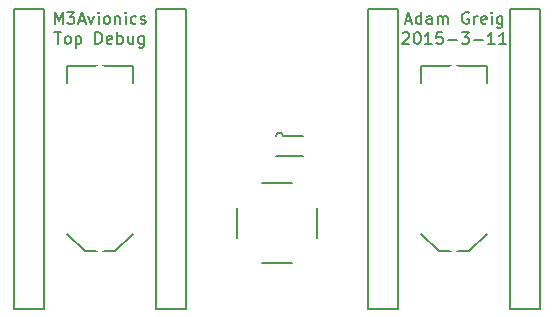
<source format=gto>
G04 #@! TF.FileFunction,Legend,Top*
%FSLAX46Y46*%
G04 Gerber Fmt 4.6, Leading zero omitted, Abs format (unit mm)*
G04 Created by KiCad (PCBNEW 4.1.0-alpha+201605071002+6776~44~ubuntu14.04.1-product) date Mon 30 May 2016 01:00:06 BST*
%MOMM*%
%LPD*%
G01*
G04 APERTURE LIST*
%ADD10C,0.100000*%
%ADD11C,0.200000*%
%ADD12C,0.150000*%
%ADD13R,2.920000X0.740000*%
%ADD14C,1.200000*%
%ADD15R,0.620000X0.620000*%
%ADD16R,1.900000X1.900000*%
%ADD17C,1.900000*%
%ADD18R,0.500000X0.280000*%
%ADD19R,1.282000X1.502000*%
%ADD20C,2.500000*%
%ADD21C,2.800000*%
%ADD22R,2.300000X5.000000*%
%ADD23R,2.400000X5.000000*%
G04 APERTURE END LIST*
D10*
D11*
X104166666Y-101602380D02*
X104166666Y-100602380D01*
X104500000Y-101316666D01*
X104833333Y-100602380D01*
X104833333Y-101602380D01*
X105214285Y-100602380D02*
X105833333Y-100602380D01*
X105500000Y-100983333D01*
X105642857Y-100983333D01*
X105738095Y-101030952D01*
X105785714Y-101078571D01*
X105833333Y-101173809D01*
X105833333Y-101411904D01*
X105785714Y-101507142D01*
X105738095Y-101554761D01*
X105642857Y-101602380D01*
X105357142Y-101602380D01*
X105261904Y-101554761D01*
X105214285Y-101507142D01*
X106214285Y-101316666D02*
X106690476Y-101316666D01*
X106119047Y-101602380D02*
X106452380Y-100602380D01*
X106785714Y-101602380D01*
X107023809Y-100935714D02*
X107261904Y-101602380D01*
X107500000Y-100935714D01*
X107880952Y-101602380D02*
X107880952Y-100935714D01*
X107880952Y-100602380D02*
X107833333Y-100650000D01*
X107880952Y-100697619D01*
X107928571Y-100650000D01*
X107880952Y-100602380D01*
X107880952Y-100697619D01*
X108500000Y-101602380D02*
X108404761Y-101554761D01*
X108357142Y-101507142D01*
X108309523Y-101411904D01*
X108309523Y-101126190D01*
X108357142Y-101030952D01*
X108404761Y-100983333D01*
X108500000Y-100935714D01*
X108642857Y-100935714D01*
X108738095Y-100983333D01*
X108785714Y-101030952D01*
X108833333Y-101126190D01*
X108833333Y-101411904D01*
X108785714Y-101507142D01*
X108738095Y-101554761D01*
X108642857Y-101602380D01*
X108500000Y-101602380D01*
X109261904Y-100935714D02*
X109261904Y-101602380D01*
X109261904Y-101030952D02*
X109309523Y-100983333D01*
X109404761Y-100935714D01*
X109547619Y-100935714D01*
X109642857Y-100983333D01*
X109690476Y-101078571D01*
X109690476Y-101602380D01*
X110166666Y-101602380D02*
X110166666Y-100935714D01*
X110166666Y-100602380D02*
X110119047Y-100650000D01*
X110166666Y-100697619D01*
X110214285Y-100650000D01*
X110166666Y-100602380D01*
X110166666Y-100697619D01*
X111071428Y-101554761D02*
X110976190Y-101602380D01*
X110785714Y-101602380D01*
X110690476Y-101554761D01*
X110642857Y-101507142D01*
X110595238Y-101411904D01*
X110595238Y-101126190D01*
X110642857Y-101030952D01*
X110690476Y-100983333D01*
X110785714Y-100935714D01*
X110976190Y-100935714D01*
X111071428Y-100983333D01*
X111452380Y-101554761D02*
X111547619Y-101602380D01*
X111738095Y-101602380D01*
X111833333Y-101554761D01*
X111880952Y-101459523D01*
X111880952Y-101411904D01*
X111833333Y-101316666D01*
X111738095Y-101269047D01*
X111595238Y-101269047D01*
X111500000Y-101221428D01*
X111452380Y-101126190D01*
X111452380Y-101078571D01*
X111500000Y-100983333D01*
X111595238Y-100935714D01*
X111738095Y-100935714D01*
X111833333Y-100983333D01*
X104142857Y-102302380D02*
X104714285Y-102302380D01*
X104428571Y-103302380D02*
X104428571Y-102302380D01*
X105190476Y-103302380D02*
X105095238Y-103254761D01*
X105047619Y-103207142D01*
X105000000Y-103111904D01*
X105000000Y-102826190D01*
X105047619Y-102730952D01*
X105095238Y-102683333D01*
X105190476Y-102635714D01*
X105333333Y-102635714D01*
X105428571Y-102683333D01*
X105476190Y-102730952D01*
X105523809Y-102826190D01*
X105523809Y-103111904D01*
X105476190Y-103207142D01*
X105428571Y-103254761D01*
X105333333Y-103302380D01*
X105190476Y-103302380D01*
X105952380Y-102635714D02*
X105952380Y-103635714D01*
X105952380Y-102683333D02*
X106047619Y-102635714D01*
X106238095Y-102635714D01*
X106333333Y-102683333D01*
X106380952Y-102730952D01*
X106428571Y-102826190D01*
X106428571Y-103111904D01*
X106380952Y-103207142D01*
X106333333Y-103254761D01*
X106238095Y-103302380D01*
X106047619Y-103302380D01*
X105952380Y-103254761D01*
X107619047Y-103302380D02*
X107619047Y-102302380D01*
X107857142Y-102302380D01*
X108000000Y-102350000D01*
X108095238Y-102445238D01*
X108142857Y-102540476D01*
X108190476Y-102730952D01*
X108190476Y-102873809D01*
X108142857Y-103064285D01*
X108095238Y-103159523D01*
X108000000Y-103254761D01*
X107857142Y-103302380D01*
X107619047Y-103302380D01*
X109000000Y-103254761D02*
X108904761Y-103302380D01*
X108714285Y-103302380D01*
X108619047Y-103254761D01*
X108571428Y-103159523D01*
X108571428Y-102778571D01*
X108619047Y-102683333D01*
X108714285Y-102635714D01*
X108904761Y-102635714D01*
X109000000Y-102683333D01*
X109047619Y-102778571D01*
X109047619Y-102873809D01*
X108571428Y-102969047D01*
X109476190Y-103302380D02*
X109476190Y-102302380D01*
X109476190Y-102683333D02*
X109571428Y-102635714D01*
X109761904Y-102635714D01*
X109857142Y-102683333D01*
X109904761Y-102730952D01*
X109952380Y-102826190D01*
X109952380Y-103111904D01*
X109904761Y-103207142D01*
X109857142Y-103254761D01*
X109761904Y-103302380D01*
X109571428Y-103302380D01*
X109476190Y-103254761D01*
X110809523Y-102635714D02*
X110809523Y-103302380D01*
X110380952Y-102635714D02*
X110380952Y-103159523D01*
X110428571Y-103254761D01*
X110523809Y-103302380D01*
X110666666Y-103302380D01*
X110761904Y-103254761D01*
X110809523Y-103207142D01*
X111714285Y-102635714D02*
X111714285Y-103445238D01*
X111666666Y-103540476D01*
X111619047Y-103588095D01*
X111523809Y-103635714D01*
X111380952Y-103635714D01*
X111285714Y-103588095D01*
X111714285Y-103254761D02*
X111619047Y-103302380D01*
X111428571Y-103302380D01*
X111333333Y-103254761D01*
X111285714Y-103207142D01*
X111238095Y-103111904D01*
X111238095Y-102826190D01*
X111285714Y-102730952D01*
X111333333Y-102683333D01*
X111428571Y-102635714D01*
X111619047Y-102635714D01*
X111714285Y-102683333D01*
X133880952Y-101316666D02*
X134357142Y-101316666D01*
X133785714Y-101602380D02*
X134119047Y-100602380D01*
X134452380Y-101602380D01*
X135214285Y-101602380D02*
X135214285Y-100602380D01*
X135214285Y-101554761D02*
X135119047Y-101602380D01*
X134928571Y-101602380D01*
X134833333Y-101554761D01*
X134785714Y-101507142D01*
X134738095Y-101411904D01*
X134738095Y-101126190D01*
X134785714Y-101030952D01*
X134833333Y-100983333D01*
X134928571Y-100935714D01*
X135119047Y-100935714D01*
X135214285Y-100983333D01*
X136119047Y-101602380D02*
X136119047Y-101078571D01*
X136071428Y-100983333D01*
X135976190Y-100935714D01*
X135785714Y-100935714D01*
X135690476Y-100983333D01*
X136119047Y-101554761D02*
X136023809Y-101602380D01*
X135785714Y-101602380D01*
X135690476Y-101554761D01*
X135642857Y-101459523D01*
X135642857Y-101364285D01*
X135690476Y-101269047D01*
X135785714Y-101221428D01*
X136023809Y-101221428D01*
X136119047Y-101173809D01*
X136595238Y-101602380D02*
X136595238Y-100935714D01*
X136595238Y-101030952D02*
X136642857Y-100983333D01*
X136738095Y-100935714D01*
X136880952Y-100935714D01*
X136976190Y-100983333D01*
X137023809Y-101078571D01*
X137023809Y-101602380D01*
X137023809Y-101078571D02*
X137071428Y-100983333D01*
X137166666Y-100935714D01*
X137309523Y-100935714D01*
X137404761Y-100983333D01*
X137452380Y-101078571D01*
X137452380Y-101602380D01*
X139214285Y-100650000D02*
X139119047Y-100602380D01*
X138976190Y-100602380D01*
X138833333Y-100650000D01*
X138738095Y-100745238D01*
X138690476Y-100840476D01*
X138642857Y-101030952D01*
X138642857Y-101173809D01*
X138690476Y-101364285D01*
X138738095Y-101459523D01*
X138833333Y-101554761D01*
X138976190Y-101602380D01*
X139071428Y-101602380D01*
X139214285Y-101554761D01*
X139261904Y-101507142D01*
X139261904Y-101173809D01*
X139071428Y-101173809D01*
X139690476Y-101602380D02*
X139690476Y-100935714D01*
X139690476Y-101126190D02*
X139738095Y-101030952D01*
X139785714Y-100983333D01*
X139880952Y-100935714D01*
X139976190Y-100935714D01*
X140690476Y-101554761D02*
X140595238Y-101602380D01*
X140404761Y-101602380D01*
X140309523Y-101554761D01*
X140261904Y-101459523D01*
X140261904Y-101078571D01*
X140309523Y-100983333D01*
X140404761Y-100935714D01*
X140595238Y-100935714D01*
X140690476Y-100983333D01*
X140738095Y-101078571D01*
X140738095Y-101173809D01*
X140261904Y-101269047D01*
X141166666Y-101602380D02*
X141166666Y-100935714D01*
X141166666Y-100602380D02*
X141119047Y-100650000D01*
X141166666Y-100697619D01*
X141214285Y-100650000D01*
X141166666Y-100602380D01*
X141166666Y-100697619D01*
X142071428Y-100935714D02*
X142071428Y-101745238D01*
X142023809Y-101840476D01*
X141976190Y-101888095D01*
X141880952Y-101935714D01*
X141738095Y-101935714D01*
X141642857Y-101888095D01*
X142071428Y-101554761D02*
X141976190Y-101602380D01*
X141785714Y-101602380D01*
X141690476Y-101554761D01*
X141642857Y-101507142D01*
X141595238Y-101411904D01*
X141595238Y-101126190D01*
X141642857Y-101030952D01*
X141690476Y-100983333D01*
X141785714Y-100935714D01*
X141976190Y-100935714D01*
X142071428Y-100983333D01*
X133619047Y-102397619D02*
X133666666Y-102350000D01*
X133761904Y-102302380D01*
X134000000Y-102302380D01*
X134095238Y-102350000D01*
X134142857Y-102397619D01*
X134190476Y-102492857D01*
X134190476Y-102588095D01*
X134142857Y-102730952D01*
X133571428Y-103302380D01*
X134190476Y-103302380D01*
X134809523Y-102302380D02*
X134904761Y-102302380D01*
X135000000Y-102350000D01*
X135047619Y-102397619D01*
X135095238Y-102492857D01*
X135142857Y-102683333D01*
X135142857Y-102921428D01*
X135095238Y-103111904D01*
X135047619Y-103207142D01*
X135000000Y-103254761D01*
X134904761Y-103302380D01*
X134809523Y-103302380D01*
X134714285Y-103254761D01*
X134666666Y-103207142D01*
X134619047Y-103111904D01*
X134571428Y-102921428D01*
X134571428Y-102683333D01*
X134619047Y-102492857D01*
X134666666Y-102397619D01*
X134714285Y-102350000D01*
X134809523Y-102302380D01*
X136095238Y-103302380D02*
X135523809Y-103302380D01*
X135809523Y-103302380D02*
X135809523Y-102302380D01*
X135714285Y-102445238D01*
X135619047Y-102540476D01*
X135523809Y-102588095D01*
X137000000Y-102302380D02*
X136523809Y-102302380D01*
X136476190Y-102778571D01*
X136523809Y-102730952D01*
X136619047Y-102683333D01*
X136857142Y-102683333D01*
X136952380Y-102730952D01*
X137000000Y-102778571D01*
X137047619Y-102873809D01*
X137047619Y-103111904D01*
X137000000Y-103207142D01*
X136952380Y-103254761D01*
X136857142Y-103302380D01*
X136619047Y-103302380D01*
X136523809Y-103254761D01*
X136476190Y-103207142D01*
X137476190Y-102921428D02*
X138238095Y-102921428D01*
X138619047Y-102302380D02*
X139238095Y-102302380D01*
X138904761Y-102683333D01*
X139047619Y-102683333D01*
X139142857Y-102730952D01*
X139190476Y-102778571D01*
X139238095Y-102873809D01*
X139238095Y-103111904D01*
X139190476Y-103207142D01*
X139142857Y-103254761D01*
X139047619Y-103302380D01*
X138761904Y-103302380D01*
X138666666Y-103254761D01*
X138619047Y-103207142D01*
X139666666Y-102921428D02*
X140428571Y-102921428D01*
X141428571Y-103302380D02*
X140857142Y-103302380D01*
X141142857Y-103302380D02*
X141142857Y-102302380D01*
X141047619Y-102445238D01*
X140952380Y-102540476D01*
X140857142Y-102588095D01*
X142380952Y-103302380D02*
X141809523Y-103302380D01*
X142095238Y-103302380D02*
X142095238Y-102302380D01*
X142000000Y-102445238D01*
X141904761Y-102540476D01*
X141809523Y-102588095D01*
D12*
X110785000Y-106635000D02*
X110785000Y-105135000D01*
X110785000Y-105135000D02*
X105215000Y-105135000D01*
X105215000Y-105135000D02*
X105215000Y-106635000D01*
X105215000Y-119365000D02*
X106715000Y-120865000D01*
X106715000Y-120865000D02*
X109285000Y-120865000D01*
X109285000Y-120865000D02*
X110785000Y-119365000D01*
X140785000Y-106635000D02*
X140785000Y-105135000D01*
X140785000Y-105135000D02*
X135215000Y-105135000D01*
X135215000Y-105135000D02*
X135215000Y-106635000D01*
X135215000Y-119365000D02*
X136715000Y-120865000D01*
X136715000Y-120865000D02*
X139285000Y-120865000D01*
X139285000Y-120865000D02*
X140785000Y-119365000D01*
X103270000Y-100300000D02*
X103270000Y-125700000D01*
X103270000Y-125700000D02*
X100730000Y-125700000D01*
X100730000Y-125700000D02*
X100730000Y-100300000D01*
X100730000Y-100300000D02*
X103270000Y-100300000D01*
X115270000Y-100300000D02*
X115270000Y-125700000D01*
X115270000Y-125700000D02*
X112730000Y-125700000D01*
X112730000Y-125700000D02*
X112730000Y-100300000D01*
X112730000Y-100300000D02*
X115270000Y-100300000D01*
X133270000Y-100300000D02*
X133270000Y-125700000D01*
X133270000Y-125700000D02*
X130730000Y-125700000D01*
X130730000Y-125700000D02*
X130730000Y-100300000D01*
X130730000Y-100300000D02*
X133270000Y-100300000D01*
X145270000Y-100300000D02*
X145270000Y-125700000D01*
X145270000Y-125700000D02*
X142730000Y-125700000D01*
X142730000Y-125700000D02*
X142730000Y-100300000D01*
X142730000Y-100300000D02*
X145270000Y-100300000D01*
X123500000Y-111100000D02*
X125200000Y-111100000D01*
X122900000Y-112800000D02*
X125200000Y-112800000D01*
X123500000Y-111100000D02*
G75*
G03X122900000Y-111100000I-300000J0D01*
G01*
X126400000Y-119750000D02*
X126400000Y-117150000D01*
X121700000Y-121850000D02*
X124300000Y-121850000D01*
X121700000Y-115050000D02*
X124300000Y-115050000D01*
X119600000Y-119750000D02*
X119600000Y-117150000D01*
%LPC*%
D13*
X106285000Y-107285000D03*
X109715000Y-107285000D03*
X106285000Y-108555000D03*
X109715000Y-108555000D03*
X106285000Y-109825000D03*
X109715000Y-109825000D03*
X106285000Y-111095000D03*
X109715000Y-111095000D03*
X106285000Y-112365000D03*
X109715000Y-112365000D03*
X106285000Y-113635000D03*
X109715000Y-113635000D03*
X106285000Y-114905000D03*
X109715000Y-114905000D03*
X106285000Y-116175000D03*
X109715000Y-116175000D03*
X106285000Y-117445000D03*
X109715000Y-117445000D03*
X106285000Y-118715000D03*
X109715000Y-118715000D03*
X136285000Y-107285000D03*
X139715000Y-107285000D03*
X136285000Y-108555000D03*
X139715000Y-108555000D03*
X136285000Y-109825000D03*
X139715000Y-109825000D03*
X136285000Y-111095000D03*
X139715000Y-111095000D03*
X136285000Y-112365000D03*
X139715000Y-112365000D03*
X136285000Y-113635000D03*
X139715000Y-113635000D03*
X136285000Y-114905000D03*
X139715000Y-114905000D03*
X136285000Y-116175000D03*
X139715000Y-116175000D03*
X136285000Y-117445000D03*
X139715000Y-117445000D03*
X136285000Y-118715000D03*
X139715000Y-118715000D03*
D14*
X108000000Y-120305000D03*
X108000000Y-105695000D03*
X138000000Y-120305000D03*
X138000000Y-105695000D03*
D15*
X112000000Y-117950000D03*
X112000000Y-117050000D03*
D16*
X102000000Y-101570000D03*
D17*
X102000000Y-104110000D03*
X102000000Y-106650000D03*
X102000000Y-109190000D03*
X102000000Y-111730000D03*
X102000000Y-114270000D03*
X102000000Y-116810000D03*
X102000000Y-119350000D03*
X102000000Y-121890000D03*
X102000000Y-124430000D03*
D16*
X114000000Y-101570000D03*
D17*
X114000000Y-104110000D03*
X114000000Y-106650000D03*
X114000000Y-109190000D03*
X114000000Y-111730000D03*
X114000000Y-114270000D03*
X114000000Y-116810000D03*
X114000000Y-119350000D03*
X114000000Y-121890000D03*
X114000000Y-124430000D03*
D16*
X132000000Y-101570000D03*
D17*
X132000000Y-104110000D03*
X132000000Y-106650000D03*
X132000000Y-109190000D03*
X132000000Y-111730000D03*
X132000000Y-114270000D03*
X132000000Y-116810000D03*
X132000000Y-119350000D03*
X132000000Y-121890000D03*
X132000000Y-124430000D03*
D16*
X144000000Y-101570000D03*
D17*
X144000000Y-104110000D03*
X144000000Y-106650000D03*
X144000000Y-109190000D03*
X144000000Y-111730000D03*
X144000000Y-114270000D03*
X144000000Y-116810000D03*
X144000000Y-119350000D03*
X144000000Y-121890000D03*
X144000000Y-124430000D03*
D15*
X120650000Y-112400000D03*
X120650000Y-111500000D03*
X121850000Y-112400000D03*
X121850000Y-111500000D03*
X125050000Y-110250000D03*
X125050000Y-109350000D03*
D18*
X122960000Y-111410000D03*
X122960000Y-111950000D03*
X122960000Y-112490000D03*
X125140000Y-112490000D03*
X125140000Y-111950000D03*
X125140000Y-111410000D03*
D19*
X124050000Y-111950000D03*
D15*
X123050000Y-113650000D03*
X123950000Y-113650000D03*
X126250000Y-112400000D03*
X126250000Y-111500000D03*
X119650000Y-110250000D03*
X120550000Y-110250000D03*
X121750000Y-110250000D03*
X121750000Y-109350000D03*
X122950000Y-109350000D03*
X123850000Y-109350000D03*
D20*
X123000000Y-118450000D03*
D21*
X125540000Y-115910000D03*
X120460000Y-115910000D03*
X125540000Y-120990000D03*
X120460000Y-120990000D03*
D22*
X123000000Y-106000000D03*
D23*
X118625000Y-106000000D03*
X127375000Y-106000000D03*
M02*

</source>
